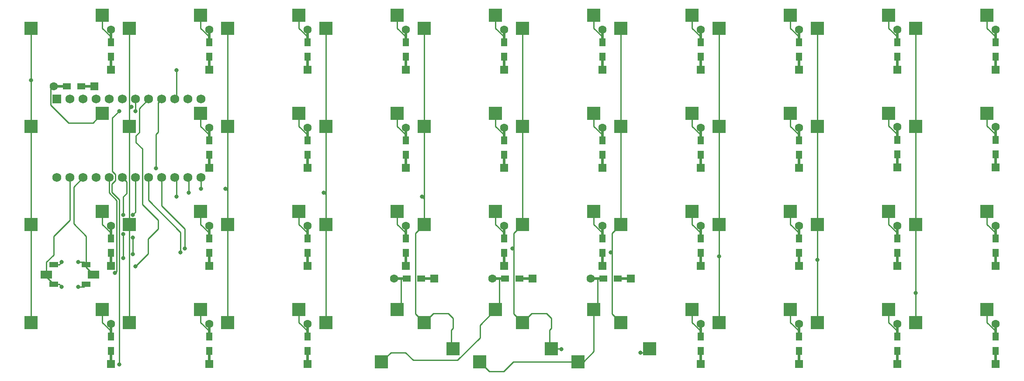
<source format=gbl>
G04 #@! TF.GenerationSoftware,KiCad,Pcbnew,(5.1.12-1-10_14)*
G04 #@! TF.CreationDate,2022-04-14T21:34:18-06:00*
G04 #@! TF.ProjectId,banime40,62616e69-6d65-4343-902e-6b696361645f,rev?*
G04 #@! TF.SameCoordinates,Original*
G04 #@! TF.FileFunction,Copper,L2,Bot*
G04 #@! TF.FilePolarity,Positive*
%FSLAX46Y46*%
G04 Gerber Fmt 4.6, Leading zero omitted, Abs format (unit mm)*
G04 Created by KiCad (PCBNEW (5.1.12-1-10_14)) date 2022-04-14 21:34:18*
%MOMM*%
%LPD*%
G01*
G04 APERTURE LIST*
G04 #@! TA.AperFunction,ComponentPad*
%ADD10C,1.752600*%
G04 #@! TD*
G04 #@! TA.AperFunction,ComponentPad*
%ADD11R,1.752600X1.752600*%
G04 #@! TD*
G04 #@! TA.AperFunction,SMDPad,CuDef*
%ADD12R,2.180000X1.600000*%
G04 #@! TD*
G04 #@! TA.AperFunction,SMDPad,CuDef*
%ADD13R,1.700000X1.000000*%
G04 #@! TD*
G04 #@! TA.AperFunction,SMDPad,CuDef*
%ADD14R,2.550000X2.500000*%
G04 #@! TD*
G04 #@! TA.AperFunction,ComponentPad*
%ADD15R,1.600000X1.600000*%
G04 #@! TD*
G04 #@! TA.AperFunction,ComponentPad*
%ADD16C,1.600000*%
G04 #@! TD*
G04 #@! TA.AperFunction,SMDPad,CuDef*
%ADD17R,0.500000X2.900000*%
G04 #@! TD*
G04 #@! TA.AperFunction,SMDPad,CuDef*
%ADD18R,1.200000X1.600000*%
G04 #@! TD*
G04 #@! TA.AperFunction,SMDPad,CuDef*
%ADD19R,2.900000X0.500000*%
G04 #@! TD*
G04 #@! TA.AperFunction,SMDPad,CuDef*
%ADD20R,1.600000X1.200000*%
G04 #@! TD*
G04 #@! TA.AperFunction,ViaPad*
%ADD21C,0.800000*%
G04 #@! TD*
G04 #@! TA.AperFunction,Conductor*
%ADD22C,0.250000*%
G04 #@! TD*
G04 APERTURE END LIST*
D10*
G04 #@! TO.P,U1,24*
G04 #@! TO.N,Net-(U1-Pad24)*
X49830000Y-84370000D03*
G04 #@! TO.P,U1,12*
G04 #@! TO.N,/col_8*
X77770000Y-69130000D03*
G04 #@! TO.P,U1,23*
G04 #@! TO.N,Net-(SW44-Pad1)*
X52370000Y-84370000D03*
G04 #@! TO.P,U1,22*
G04 #@! TO.N,Net-(SW44-Pad2)*
X54910000Y-84370000D03*
G04 #@! TO.P,U1,21*
G04 #@! TO.N,Net-(U1-Pad21)*
X57450000Y-84370000D03*
G04 #@! TO.P,U1,20*
G04 #@! TO.N,/col_0*
X59990000Y-84370000D03*
G04 #@! TO.P,U1,19*
G04 #@! TO.N,/col_1*
X62530000Y-84370000D03*
G04 #@! TO.P,U1,18*
G04 #@! TO.N,/col_2*
X65070000Y-84370000D03*
G04 #@! TO.P,U1,17*
G04 #@! TO.N,/col_3*
X67610000Y-84370000D03*
G04 #@! TO.P,U1,16*
G04 #@! TO.N,/col_4*
X70150000Y-84370000D03*
G04 #@! TO.P,U1,15*
G04 #@! TO.N,/col_5*
X72690000Y-84370000D03*
G04 #@! TO.P,U1,14*
G04 #@! TO.N,/col_6*
X75230000Y-84370000D03*
G04 #@! TO.P,U1,13*
G04 #@! TO.N,/col_7*
X77770000Y-84370000D03*
G04 #@! TO.P,U1,11*
G04 #@! TO.N,/col_9*
X75230000Y-69130000D03*
G04 #@! TO.P,U1,10*
G04 #@! TO.N,/row_0*
X72690000Y-69130000D03*
G04 #@! TO.P,U1,9*
G04 #@! TO.N,/row_1*
X70150000Y-69130000D03*
G04 #@! TO.P,U1,8*
G04 #@! TO.N,/row_2*
X67610000Y-69130000D03*
G04 #@! TO.P,U1,7*
G04 #@! TO.N,/row_3*
X65070000Y-69130000D03*
G04 #@! TO.P,U1,6*
G04 #@! TO.N,Net-(U1-Pad6)*
X62530000Y-69130000D03*
G04 #@! TO.P,U1,5*
G04 #@! TO.N,Net-(U1-Pad5)*
X59990000Y-69130000D03*
G04 #@! TO.P,U1,4*
G04 #@! TO.N,Net-(U1-Pad4)*
X57450000Y-69130000D03*
G04 #@! TO.P,U1,3*
G04 #@! TO.N,Net-(U1-Pad3)*
X54910000Y-69130000D03*
G04 #@! TO.P,U1,2*
G04 #@! TO.N,Net-(U1-Pad2)*
X52370000Y-69130000D03*
D11*
G04 #@! TO.P,U1,1*
G04 #@! TO.N,Net-(U1-Pad1)*
X49830000Y-69130000D03*
G04 #@! TD*
D12*
G04 #@! TO.P,SW45,2*
G04 #@! TO.N,Net-(SW44-Pad2)*
X56977500Y-103187500D03*
G04 #@! TO.P,SW45,1*
G04 #@! TO.N,Net-(SW44-Pad1)*
X47797500Y-103187500D03*
G04 #@! TD*
D13*
G04 #@! TO.P,SW44,1*
G04 #@! TO.N,Net-(SW44-Pad1)*
X49237500Y-105087500D03*
X55537500Y-105087500D03*
G04 #@! TO.P,SW44,2*
G04 #@! TO.N,Net-(SW44-Pad2)*
X49237500Y-101287500D03*
X55537500Y-101287500D03*
G04 #@! TD*
D14*
G04 #@! TO.P,SW2,2*
G04 #@! TO.N,/col_1*
X197227500Y-55403750D03*
G04 #@! TO.P,SW2,1*
G04 #@! TO.N,Net-(D2-Pad2)*
X211077500Y-52863750D03*
G04 #@! TD*
G04 #@! TO.P,SW3,2*
G04 #@! TO.N,/col_2*
X178177500Y-55403750D03*
G04 #@! TO.P,SW3,1*
G04 #@! TO.N,Net-(D3-Pad2)*
X192027500Y-52863750D03*
G04 #@! TD*
G04 #@! TO.P,SW11,2*
G04 #@! TO.N,/col_0*
X216277500Y-74453750D03*
G04 #@! TO.P,SW11,1*
G04 #@! TO.N,Net-(D11-Pad2)*
X230127500Y-71913750D03*
G04 #@! TD*
D15*
G04 #@! TO.P,D40,1*
G04 #@! TO.N,/row_3*
X60325000Y-120581250D03*
D16*
G04 #@! TO.P,D40,2*
G04 #@! TO.N,Net-(D40-Pad2)*
X60325000Y-112781250D03*
D17*
G04 #@! TO.P,D40,1*
G04 #@! TO.N,/row_3*
X60325000Y-119181250D03*
D18*
X60325000Y-118081250D03*
G04 #@! TO.P,D40,2*
G04 #@! TO.N,Net-(D40-Pad2)*
X60325000Y-115281250D03*
D17*
X60325000Y-114181250D03*
G04 #@! TD*
D15*
G04 #@! TO.P,D39,1*
G04 #@! TO.N,/row_3*
X79375000Y-120581250D03*
D16*
G04 #@! TO.P,D39,2*
G04 #@! TO.N,Net-(D39-Pad2)*
X79375000Y-112781250D03*
D17*
G04 #@! TO.P,D39,1*
G04 #@! TO.N,/row_3*
X79375000Y-119181250D03*
D18*
X79375000Y-118081250D03*
G04 #@! TO.P,D39,2*
G04 #@! TO.N,Net-(D39-Pad2)*
X79375000Y-115281250D03*
D17*
X79375000Y-114181250D03*
G04 #@! TD*
D15*
G04 #@! TO.P,D38,1*
G04 #@! TO.N,/row_3*
X98425000Y-120581250D03*
D16*
G04 #@! TO.P,D38,2*
G04 #@! TO.N,Net-(D38-Pad2)*
X98425000Y-112781250D03*
D17*
G04 #@! TO.P,D38,1*
G04 #@! TO.N,/row_3*
X98425000Y-119181250D03*
D18*
X98425000Y-118081250D03*
G04 #@! TO.P,D38,2*
G04 #@! TO.N,Net-(D38-Pad2)*
X98425000Y-115281250D03*
D17*
X98425000Y-114181250D03*
G04 #@! TD*
D15*
G04 #@! TO.P,D37,1*
G04 #@! TO.N,/row_3*
X122962500Y-103981250D03*
D16*
G04 #@! TO.P,D37,2*
G04 #@! TO.N,Net-(D37-Pad2)*
X115162500Y-103981250D03*
D19*
G04 #@! TO.P,D37,1*
G04 #@! TO.N,/row_3*
X121562500Y-103981250D03*
D20*
X120462500Y-103981250D03*
G04 #@! TO.P,D37,2*
G04 #@! TO.N,Net-(D37-Pad2)*
X117662500Y-103981250D03*
D19*
X116562500Y-103981250D03*
G04 #@! TD*
D15*
G04 #@! TO.P,D36,1*
G04 #@! TO.N,/row_3*
X142012500Y-103981250D03*
D16*
G04 #@! TO.P,D36,2*
G04 #@! TO.N,Net-(D36-Pad2)*
X134212500Y-103981250D03*
D19*
G04 #@! TO.P,D36,1*
G04 #@! TO.N,/row_3*
X140612500Y-103981250D03*
D20*
X139512500Y-103981250D03*
G04 #@! TO.P,D36,2*
G04 #@! TO.N,Net-(D36-Pad2)*
X136712500Y-103981250D03*
D19*
X135612500Y-103981250D03*
G04 #@! TD*
D15*
G04 #@! TO.P,D35,1*
G04 #@! TO.N,/row_3*
X161062500Y-103981250D03*
D16*
G04 #@! TO.P,D35,2*
G04 #@! TO.N,Net-(D35-Pad2)*
X153262500Y-103981250D03*
D19*
G04 #@! TO.P,D35,1*
G04 #@! TO.N,/row_3*
X159662500Y-103981250D03*
D20*
X158562500Y-103981250D03*
G04 #@! TO.P,D35,2*
G04 #@! TO.N,Net-(D35-Pad2)*
X155762500Y-103981250D03*
D19*
X154662500Y-103981250D03*
G04 #@! TD*
D15*
G04 #@! TO.P,D34,1*
G04 #@! TO.N,/row_3*
X174625000Y-120581250D03*
D16*
G04 #@! TO.P,D34,2*
G04 #@! TO.N,Net-(D34-Pad2)*
X174625000Y-112781250D03*
D17*
G04 #@! TO.P,D34,1*
G04 #@! TO.N,/row_3*
X174625000Y-119181250D03*
D18*
X174625000Y-118081250D03*
G04 #@! TO.P,D34,2*
G04 #@! TO.N,Net-(D34-Pad2)*
X174625000Y-115281250D03*
D17*
X174625000Y-114181250D03*
G04 #@! TD*
D15*
G04 #@! TO.P,D33,1*
G04 #@! TO.N,/row_3*
X193675000Y-120581250D03*
D16*
G04 #@! TO.P,D33,2*
G04 #@! TO.N,Net-(D33-Pad2)*
X193675000Y-112781250D03*
D17*
G04 #@! TO.P,D33,1*
G04 #@! TO.N,/row_3*
X193675000Y-119181250D03*
D18*
X193675000Y-118081250D03*
G04 #@! TO.P,D33,2*
G04 #@! TO.N,Net-(D33-Pad2)*
X193675000Y-115281250D03*
D17*
X193675000Y-114181250D03*
G04 #@! TD*
D15*
G04 #@! TO.P,D32,1*
G04 #@! TO.N,/row_3*
X212725000Y-120581250D03*
D16*
G04 #@! TO.P,D32,2*
G04 #@! TO.N,Net-(D32-Pad2)*
X212725000Y-112781250D03*
D17*
G04 #@! TO.P,D32,1*
G04 #@! TO.N,/row_3*
X212725000Y-119181250D03*
D18*
X212725000Y-118081250D03*
G04 #@! TO.P,D32,2*
G04 #@! TO.N,Net-(D32-Pad2)*
X212725000Y-115281250D03*
D17*
X212725000Y-114181250D03*
G04 #@! TD*
D15*
G04 #@! TO.P,D31,1*
G04 #@! TO.N,/row_3*
X231775000Y-120581250D03*
D16*
G04 #@! TO.P,D31,2*
G04 #@! TO.N,Net-(D31-Pad2)*
X231775000Y-112781250D03*
D17*
G04 #@! TO.P,D31,1*
G04 #@! TO.N,/row_3*
X231775000Y-119181250D03*
D18*
X231775000Y-118081250D03*
G04 #@! TO.P,D31,2*
G04 #@! TO.N,Net-(D31-Pad2)*
X231775000Y-115281250D03*
D17*
X231775000Y-114181250D03*
G04 #@! TD*
D15*
G04 #@! TO.P,D30,1*
G04 #@! TO.N,/row_2*
X60325000Y-101531250D03*
D16*
G04 #@! TO.P,D30,2*
G04 #@! TO.N,Net-(D30-Pad2)*
X60325000Y-93731250D03*
D17*
G04 #@! TO.P,D30,1*
G04 #@! TO.N,/row_2*
X60325000Y-100131250D03*
D18*
X60325000Y-99031250D03*
G04 #@! TO.P,D30,2*
G04 #@! TO.N,Net-(D30-Pad2)*
X60325000Y-96231250D03*
D17*
X60325000Y-95131250D03*
G04 #@! TD*
D15*
G04 #@! TO.P,D29,1*
G04 #@! TO.N,/row_2*
X79375000Y-101531250D03*
D16*
G04 #@! TO.P,D29,2*
G04 #@! TO.N,Net-(D29-Pad2)*
X79375000Y-93731250D03*
D17*
G04 #@! TO.P,D29,1*
G04 #@! TO.N,/row_2*
X79375000Y-100131250D03*
D18*
X79375000Y-99031250D03*
G04 #@! TO.P,D29,2*
G04 #@! TO.N,Net-(D29-Pad2)*
X79375000Y-96231250D03*
D17*
X79375000Y-95131250D03*
G04 #@! TD*
D15*
G04 #@! TO.P,D28,1*
G04 #@! TO.N,/row_2*
X98425000Y-101531250D03*
D16*
G04 #@! TO.P,D28,2*
G04 #@! TO.N,Net-(D28-Pad2)*
X98425000Y-93731250D03*
D17*
G04 #@! TO.P,D28,1*
G04 #@! TO.N,/row_2*
X98425000Y-100131250D03*
D18*
X98425000Y-99031250D03*
G04 #@! TO.P,D28,2*
G04 #@! TO.N,Net-(D28-Pad2)*
X98425000Y-96231250D03*
D17*
X98425000Y-95131250D03*
G04 #@! TD*
D15*
G04 #@! TO.P,D27,1*
G04 #@! TO.N,/row_2*
X117475000Y-101531250D03*
D16*
G04 #@! TO.P,D27,2*
G04 #@! TO.N,Net-(D27-Pad2)*
X117475000Y-93731250D03*
D17*
G04 #@! TO.P,D27,1*
G04 #@! TO.N,/row_2*
X117475000Y-100131250D03*
D18*
X117475000Y-99031250D03*
G04 #@! TO.P,D27,2*
G04 #@! TO.N,Net-(D27-Pad2)*
X117475000Y-96231250D03*
D17*
X117475000Y-95131250D03*
G04 #@! TD*
D15*
G04 #@! TO.P,D26,1*
G04 #@! TO.N,/row_2*
X136525000Y-101531250D03*
D16*
G04 #@! TO.P,D26,2*
G04 #@! TO.N,Net-(D26-Pad2)*
X136525000Y-93731250D03*
D17*
G04 #@! TO.P,D26,1*
G04 #@! TO.N,/row_2*
X136525000Y-100131250D03*
D18*
X136525000Y-99031250D03*
G04 #@! TO.P,D26,2*
G04 #@! TO.N,Net-(D26-Pad2)*
X136525000Y-96231250D03*
D17*
X136525000Y-95131250D03*
G04 #@! TD*
D15*
G04 #@! TO.P,D25,1*
G04 #@! TO.N,/row_2*
X155575000Y-101531250D03*
D16*
G04 #@! TO.P,D25,2*
G04 #@! TO.N,Net-(D25-Pad2)*
X155575000Y-93731250D03*
D17*
G04 #@! TO.P,D25,1*
G04 #@! TO.N,/row_2*
X155575000Y-100131250D03*
D18*
X155575000Y-99031250D03*
G04 #@! TO.P,D25,2*
G04 #@! TO.N,Net-(D25-Pad2)*
X155575000Y-96231250D03*
D17*
X155575000Y-95131250D03*
G04 #@! TD*
D15*
G04 #@! TO.P,D24,1*
G04 #@! TO.N,/row_2*
X174625000Y-101531250D03*
D16*
G04 #@! TO.P,D24,2*
G04 #@! TO.N,Net-(D24-Pad2)*
X174625000Y-93731250D03*
D17*
G04 #@! TO.P,D24,1*
G04 #@! TO.N,/row_2*
X174625000Y-100131250D03*
D18*
X174625000Y-99031250D03*
G04 #@! TO.P,D24,2*
G04 #@! TO.N,Net-(D24-Pad2)*
X174625000Y-96231250D03*
D17*
X174625000Y-95131250D03*
G04 #@! TD*
D15*
G04 #@! TO.P,D23,1*
G04 #@! TO.N,/row_2*
X193675000Y-101531250D03*
D16*
G04 #@! TO.P,D23,2*
G04 #@! TO.N,Net-(D23-Pad2)*
X193675000Y-93731250D03*
D17*
G04 #@! TO.P,D23,1*
G04 #@! TO.N,/row_2*
X193675000Y-100131250D03*
D18*
X193675000Y-99031250D03*
G04 #@! TO.P,D23,2*
G04 #@! TO.N,Net-(D23-Pad2)*
X193675000Y-96231250D03*
D17*
X193675000Y-95131250D03*
G04 #@! TD*
D15*
G04 #@! TO.P,D22,1*
G04 #@! TO.N,/row_2*
X212725000Y-101531250D03*
D16*
G04 #@! TO.P,D22,2*
G04 #@! TO.N,Net-(D22-Pad2)*
X212725000Y-93731250D03*
D17*
G04 #@! TO.P,D22,1*
G04 #@! TO.N,/row_2*
X212725000Y-100131250D03*
D18*
X212725000Y-99031250D03*
G04 #@! TO.P,D22,2*
G04 #@! TO.N,Net-(D22-Pad2)*
X212725000Y-96231250D03*
D17*
X212725000Y-95131250D03*
G04 #@! TD*
D15*
G04 #@! TO.P,D21,1*
G04 #@! TO.N,/row_2*
X231775000Y-101531250D03*
D16*
G04 #@! TO.P,D21,2*
G04 #@! TO.N,Net-(D21-Pad2)*
X231775000Y-93731250D03*
D17*
G04 #@! TO.P,D21,1*
G04 #@! TO.N,/row_2*
X231775000Y-100131250D03*
D18*
X231775000Y-99031250D03*
G04 #@! TO.P,D21,2*
G04 #@! TO.N,Net-(D21-Pad2)*
X231775000Y-96231250D03*
D17*
X231775000Y-95131250D03*
G04 #@! TD*
D15*
G04 #@! TO.P,D20,1*
G04 #@! TO.N,/row_1*
X57081250Y-66675000D03*
D16*
G04 #@! TO.P,D20,2*
G04 #@! TO.N,Net-(D20-Pad2)*
X49281250Y-66675000D03*
D19*
G04 #@! TO.P,D20,1*
G04 #@! TO.N,/row_1*
X55681250Y-66675000D03*
D20*
X54581250Y-66675000D03*
G04 #@! TO.P,D20,2*
G04 #@! TO.N,Net-(D20-Pad2)*
X51781250Y-66675000D03*
D19*
X50681250Y-66675000D03*
G04 #@! TD*
D15*
G04 #@! TO.P,D19,1*
G04 #@! TO.N,/row_1*
X79375000Y-82481250D03*
D16*
G04 #@! TO.P,D19,2*
G04 #@! TO.N,Net-(D19-Pad2)*
X79375000Y-74681250D03*
D17*
G04 #@! TO.P,D19,1*
G04 #@! TO.N,/row_1*
X79375000Y-81081250D03*
D18*
X79375000Y-79981250D03*
G04 #@! TO.P,D19,2*
G04 #@! TO.N,Net-(D19-Pad2)*
X79375000Y-77181250D03*
D17*
X79375000Y-76081250D03*
G04 #@! TD*
D15*
G04 #@! TO.P,D18,1*
G04 #@! TO.N,/row_1*
X98425000Y-82481250D03*
D16*
G04 #@! TO.P,D18,2*
G04 #@! TO.N,Net-(D18-Pad2)*
X98425000Y-74681250D03*
D17*
G04 #@! TO.P,D18,1*
G04 #@! TO.N,/row_1*
X98425000Y-81081250D03*
D18*
X98425000Y-79981250D03*
G04 #@! TO.P,D18,2*
G04 #@! TO.N,Net-(D18-Pad2)*
X98425000Y-77181250D03*
D17*
X98425000Y-76081250D03*
G04 #@! TD*
D15*
G04 #@! TO.P,D17,1*
G04 #@! TO.N,/row_1*
X117475000Y-82481250D03*
D16*
G04 #@! TO.P,D17,2*
G04 #@! TO.N,Net-(D17-Pad2)*
X117475000Y-74681250D03*
D17*
G04 #@! TO.P,D17,1*
G04 #@! TO.N,/row_1*
X117475000Y-81081250D03*
D18*
X117475000Y-79981250D03*
G04 #@! TO.P,D17,2*
G04 #@! TO.N,Net-(D17-Pad2)*
X117475000Y-77181250D03*
D17*
X117475000Y-76081250D03*
G04 #@! TD*
D15*
G04 #@! TO.P,D16,1*
G04 #@! TO.N,/row_1*
X136525000Y-82481250D03*
D16*
G04 #@! TO.P,D16,2*
G04 #@! TO.N,Net-(D16-Pad2)*
X136525000Y-74681250D03*
D17*
G04 #@! TO.P,D16,1*
G04 #@! TO.N,/row_1*
X136525000Y-81081250D03*
D18*
X136525000Y-79981250D03*
G04 #@! TO.P,D16,2*
G04 #@! TO.N,Net-(D16-Pad2)*
X136525000Y-77181250D03*
D17*
X136525000Y-76081250D03*
G04 #@! TD*
D15*
G04 #@! TO.P,D15,1*
G04 #@! TO.N,/row_1*
X155575000Y-82481250D03*
D16*
G04 #@! TO.P,D15,2*
G04 #@! TO.N,Net-(D15-Pad2)*
X155575000Y-74681250D03*
D17*
G04 #@! TO.P,D15,1*
G04 #@! TO.N,/row_1*
X155575000Y-81081250D03*
D18*
X155575000Y-79981250D03*
G04 #@! TO.P,D15,2*
G04 #@! TO.N,Net-(D15-Pad2)*
X155575000Y-77181250D03*
D17*
X155575000Y-76081250D03*
G04 #@! TD*
D15*
G04 #@! TO.P,D14,1*
G04 #@! TO.N,/row_1*
X174625000Y-82481250D03*
D16*
G04 #@! TO.P,D14,2*
G04 #@! TO.N,Net-(D14-Pad2)*
X174625000Y-74681250D03*
D17*
G04 #@! TO.P,D14,1*
G04 #@! TO.N,/row_1*
X174625000Y-81081250D03*
D18*
X174625000Y-79981250D03*
G04 #@! TO.P,D14,2*
G04 #@! TO.N,Net-(D14-Pad2)*
X174625000Y-77181250D03*
D17*
X174625000Y-76081250D03*
G04 #@! TD*
D15*
G04 #@! TO.P,D13,1*
G04 #@! TO.N,/row_1*
X193675000Y-82481250D03*
D16*
G04 #@! TO.P,D13,2*
G04 #@! TO.N,Net-(D13-Pad2)*
X193675000Y-74681250D03*
D17*
G04 #@! TO.P,D13,1*
G04 #@! TO.N,/row_1*
X193675000Y-81081250D03*
D18*
X193675000Y-79981250D03*
G04 #@! TO.P,D13,2*
G04 #@! TO.N,Net-(D13-Pad2)*
X193675000Y-77181250D03*
D17*
X193675000Y-76081250D03*
G04 #@! TD*
D15*
G04 #@! TO.P,D12,1*
G04 #@! TO.N,/row_1*
X212725000Y-82362500D03*
D16*
G04 #@! TO.P,D12,2*
G04 #@! TO.N,Net-(D12-Pad2)*
X212725000Y-74562500D03*
D17*
G04 #@! TO.P,D12,1*
G04 #@! TO.N,/row_1*
X212725000Y-80962500D03*
D18*
X212725000Y-79862500D03*
G04 #@! TO.P,D12,2*
G04 #@! TO.N,Net-(D12-Pad2)*
X212725000Y-77062500D03*
D17*
X212725000Y-75962500D03*
G04 #@! TD*
D15*
G04 #@! TO.P,D11,1*
G04 #@! TO.N,/row_1*
X231775000Y-82362500D03*
D16*
G04 #@! TO.P,D11,2*
G04 #@! TO.N,Net-(D11-Pad2)*
X231775000Y-74562500D03*
D17*
G04 #@! TO.P,D11,1*
G04 #@! TO.N,/row_1*
X231775000Y-80962500D03*
D18*
X231775000Y-79862500D03*
G04 #@! TO.P,D11,2*
G04 #@! TO.N,Net-(D11-Pad2)*
X231775000Y-77062500D03*
D17*
X231775000Y-75962500D03*
G04 #@! TD*
D15*
G04 #@! TO.P,D10,1*
G04 #@! TO.N,/row_0*
X60325000Y-63431250D03*
D16*
G04 #@! TO.P,D10,2*
G04 #@! TO.N,Net-(D10-Pad2)*
X60325000Y-55631250D03*
D17*
G04 #@! TO.P,D10,1*
G04 #@! TO.N,/row_0*
X60325000Y-62031250D03*
D18*
X60325000Y-60931250D03*
G04 #@! TO.P,D10,2*
G04 #@! TO.N,Net-(D10-Pad2)*
X60325000Y-58131250D03*
D17*
X60325000Y-57031250D03*
G04 #@! TD*
D15*
G04 #@! TO.P,D9,1*
G04 #@! TO.N,/row_0*
X79375000Y-63431250D03*
D16*
G04 #@! TO.P,D9,2*
G04 #@! TO.N,Net-(D9-Pad2)*
X79375000Y-55631250D03*
D17*
G04 #@! TO.P,D9,1*
G04 #@! TO.N,/row_0*
X79375000Y-62031250D03*
D18*
X79375000Y-60931250D03*
G04 #@! TO.P,D9,2*
G04 #@! TO.N,Net-(D9-Pad2)*
X79375000Y-58131250D03*
D17*
X79375000Y-57031250D03*
G04 #@! TD*
D15*
G04 #@! TO.P,D8,1*
G04 #@! TO.N,/row_0*
X98425000Y-63431250D03*
D16*
G04 #@! TO.P,D8,2*
G04 #@! TO.N,Net-(D8-Pad2)*
X98425000Y-55631250D03*
D17*
G04 #@! TO.P,D8,1*
G04 #@! TO.N,/row_0*
X98425000Y-62031250D03*
D18*
X98425000Y-60931250D03*
G04 #@! TO.P,D8,2*
G04 #@! TO.N,Net-(D8-Pad2)*
X98425000Y-58131250D03*
D17*
X98425000Y-57031250D03*
G04 #@! TD*
D15*
G04 #@! TO.P,D7,1*
G04 #@! TO.N,/row_0*
X117475000Y-63431250D03*
D16*
G04 #@! TO.P,D7,2*
G04 #@! TO.N,Net-(D7-Pad2)*
X117475000Y-55631250D03*
D17*
G04 #@! TO.P,D7,1*
G04 #@! TO.N,/row_0*
X117475000Y-62031250D03*
D18*
X117475000Y-60931250D03*
G04 #@! TO.P,D7,2*
G04 #@! TO.N,Net-(D7-Pad2)*
X117475000Y-58131250D03*
D17*
X117475000Y-57031250D03*
G04 #@! TD*
D15*
G04 #@! TO.P,D6,1*
G04 #@! TO.N,/row_0*
X136525000Y-63431250D03*
D16*
G04 #@! TO.P,D6,2*
G04 #@! TO.N,Net-(D6-Pad2)*
X136525000Y-55631250D03*
D17*
G04 #@! TO.P,D6,1*
G04 #@! TO.N,/row_0*
X136525000Y-62031250D03*
D18*
X136525000Y-60931250D03*
G04 #@! TO.P,D6,2*
G04 #@! TO.N,Net-(D6-Pad2)*
X136525000Y-58131250D03*
D17*
X136525000Y-57031250D03*
G04 #@! TD*
D15*
G04 #@! TO.P,D5,1*
G04 #@! TO.N,/row_0*
X155575000Y-63431250D03*
D16*
G04 #@! TO.P,D5,2*
G04 #@! TO.N,Net-(D5-Pad2)*
X155575000Y-55631250D03*
D17*
G04 #@! TO.P,D5,1*
G04 #@! TO.N,/row_0*
X155575000Y-62031250D03*
D18*
X155575000Y-60931250D03*
G04 #@! TO.P,D5,2*
G04 #@! TO.N,Net-(D5-Pad2)*
X155575000Y-58131250D03*
D17*
X155575000Y-57031250D03*
G04 #@! TD*
D15*
G04 #@! TO.P,D4,1*
G04 #@! TO.N,/row_0*
X174625000Y-63431250D03*
D16*
G04 #@! TO.P,D4,2*
G04 #@! TO.N,Net-(D4-Pad2)*
X174625000Y-55631250D03*
D17*
G04 #@! TO.P,D4,1*
G04 #@! TO.N,/row_0*
X174625000Y-62031250D03*
D18*
X174625000Y-60931250D03*
G04 #@! TO.P,D4,2*
G04 #@! TO.N,Net-(D4-Pad2)*
X174625000Y-58131250D03*
D17*
X174625000Y-57031250D03*
G04 #@! TD*
D15*
G04 #@! TO.P,D3,1*
G04 #@! TO.N,/row_0*
X193675000Y-63431250D03*
D16*
G04 #@! TO.P,D3,2*
G04 #@! TO.N,Net-(D3-Pad2)*
X193675000Y-55631250D03*
D17*
G04 #@! TO.P,D3,1*
G04 #@! TO.N,/row_0*
X193675000Y-62031250D03*
D18*
X193675000Y-60931250D03*
G04 #@! TO.P,D3,2*
G04 #@! TO.N,Net-(D3-Pad2)*
X193675000Y-58131250D03*
D17*
X193675000Y-57031250D03*
G04 #@! TD*
D15*
G04 #@! TO.P,D2,1*
G04 #@! TO.N,/row_0*
X212725000Y-63431250D03*
D16*
G04 #@! TO.P,D2,2*
G04 #@! TO.N,Net-(D2-Pad2)*
X212725000Y-55631250D03*
D17*
G04 #@! TO.P,D2,1*
G04 #@! TO.N,/row_0*
X212725000Y-62031250D03*
D18*
X212725000Y-60931250D03*
G04 #@! TO.P,D2,2*
G04 #@! TO.N,Net-(D2-Pad2)*
X212725000Y-58131250D03*
D17*
X212725000Y-57031250D03*
G04 #@! TD*
D15*
G04 #@! TO.P,D1,1*
G04 #@! TO.N,/row_0*
X231775000Y-63431250D03*
D16*
G04 #@! TO.P,D1,2*
G04 #@! TO.N,Net-(D1-Pad2)*
X231775000Y-55631250D03*
D17*
G04 #@! TO.P,D1,1*
G04 #@! TO.N,/row_0*
X231775000Y-62031250D03*
D18*
X231775000Y-60931250D03*
G04 #@! TO.P,D1,2*
G04 #@! TO.N,Net-(D1-Pad2)*
X231775000Y-58131250D03*
D17*
X231775000Y-57031250D03*
G04 #@! TD*
D14*
G04 #@! TO.P,SW43,2*
G04 #@! TO.N,/col_4*
X145672500Y-117633750D03*
G04 #@! TO.P,SW43,1*
G04 #@! TO.N,Net-(D35-Pad2)*
X131822500Y-120173750D03*
G04 #@! TD*
G04 #@! TO.P,SW42,2*
G04 #@! TO.N,/col_5*
X126622500Y-117633750D03*
G04 #@! TO.P,SW42,1*
G04 #@! TO.N,Net-(D36-Pad2)*
X112772500Y-120173750D03*
G04 #@! TD*
G04 #@! TO.P,SW41,2*
G04 #@! TO.N,/col_4*
X164722500Y-117633750D03*
G04 #@! TO.P,SW41,1*
G04 #@! TO.N,Net-(D35-Pad2)*
X150872500Y-120173750D03*
G04 #@! TD*
G04 #@! TO.P,SW40,2*
G04 #@! TO.N,/col_9*
X44827500Y-112553750D03*
G04 #@! TO.P,SW40,1*
G04 #@! TO.N,Net-(D40-Pad2)*
X58677500Y-110013750D03*
G04 #@! TD*
G04 #@! TO.P,SW39,2*
G04 #@! TO.N,/col_8*
X63877500Y-112553750D03*
G04 #@! TO.P,SW39,1*
G04 #@! TO.N,Net-(D39-Pad2)*
X77727500Y-110013750D03*
G04 #@! TD*
G04 #@! TO.P,SW38,2*
G04 #@! TO.N,/col_7*
X82927500Y-112553750D03*
G04 #@! TO.P,SW38,1*
G04 #@! TO.N,Net-(D38-Pad2)*
X96777500Y-110013750D03*
G04 #@! TD*
G04 #@! TO.P,SW37,2*
G04 #@! TO.N,/col_6*
X101977500Y-112553750D03*
G04 #@! TO.P,SW37,1*
G04 #@! TO.N,Net-(D37-Pad2)*
X115827500Y-110013750D03*
G04 #@! TD*
G04 #@! TO.P,SW36,2*
G04 #@! TO.N,/col_5*
X121027500Y-112553750D03*
G04 #@! TO.P,SW36,1*
G04 #@! TO.N,Net-(D36-Pad2)*
X134877500Y-110013750D03*
G04 #@! TD*
G04 #@! TO.P,SW35,2*
G04 #@! TO.N,/col_4*
X140077500Y-112553750D03*
G04 #@! TO.P,SW35,1*
G04 #@! TO.N,Net-(D35-Pad2)*
X153927500Y-110013750D03*
G04 #@! TD*
G04 #@! TO.P,SW34,2*
G04 #@! TO.N,/col_3*
X159127500Y-112553750D03*
G04 #@! TO.P,SW34,1*
G04 #@! TO.N,Net-(D34-Pad2)*
X172977500Y-110013750D03*
G04 #@! TD*
G04 #@! TO.P,SW33,2*
G04 #@! TO.N,/col_2*
X178177500Y-112553750D03*
G04 #@! TO.P,SW33,1*
G04 #@! TO.N,Net-(D33-Pad2)*
X192027500Y-110013750D03*
G04 #@! TD*
G04 #@! TO.P,SW32,2*
G04 #@! TO.N,/col_1*
X197227500Y-112553750D03*
G04 #@! TO.P,SW32,1*
G04 #@! TO.N,Net-(D32-Pad2)*
X211077500Y-110013750D03*
G04 #@! TD*
G04 #@! TO.P,SW31,2*
G04 #@! TO.N,/col_0*
X216277500Y-112553750D03*
G04 #@! TO.P,SW31,1*
G04 #@! TO.N,Net-(D31-Pad2)*
X230127500Y-110013750D03*
G04 #@! TD*
G04 #@! TO.P,SW30,2*
G04 #@! TO.N,/col_9*
X44827500Y-93503750D03*
G04 #@! TO.P,SW30,1*
G04 #@! TO.N,Net-(D30-Pad2)*
X58677500Y-90963750D03*
G04 #@! TD*
G04 #@! TO.P,SW29,2*
G04 #@! TO.N,/col_8*
X63877500Y-93503750D03*
G04 #@! TO.P,SW29,1*
G04 #@! TO.N,Net-(D29-Pad2)*
X77727500Y-90963750D03*
G04 #@! TD*
G04 #@! TO.P,SW28,2*
G04 #@! TO.N,/col_7*
X82927500Y-93503750D03*
G04 #@! TO.P,SW28,1*
G04 #@! TO.N,Net-(D28-Pad2)*
X96777500Y-90963750D03*
G04 #@! TD*
G04 #@! TO.P,SW27,2*
G04 #@! TO.N,/col_6*
X101977500Y-93503750D03*
G04 #@! TO.P,SW27,1*
G04 #@! TO.N,Net-(D27-Pad2)*
X115827500Y-90963750D03*
G04 #@! TD*
G04 #@! TO.P,SW26,2*
G04 #@! TO.N,/col_5*
X121027500Y-93503750D03*
G04 #@! TO.P,SW26,1*
G04 #@! TO.N,Net-(D26-Pad2)*
X134877500Y-90963750D03*
G04 #@! TD*
G04 #@! TO.P,SW25,2*
G04 #@! TO.N,/col_4*
X140077500Y-93503750D03*
G04 #@! TO.P,SW25,1*
G04 #@! TO.N,Net-(D25-Pad2)*
X153927500Y-90963750D03*
G04 #@! TD*
G04 #@! TO.P,SW24,2*
G04 #@! TO.N,/col_3*
X159127500Y-93503750D03*
G04 #@! TO.P,SW24,1*
G04 #@! TO.N,Net-(D24-Pad2)*
X172977500Y-90963750D03*
G04 #@! TD*
G04 #@! TO.P,SW23,2*
G04 #@! TO.N,/col_2*
X178177500Y-93503750D03*
G04 #@! TO.P,SW23,1*
G04 #@! TO.N,Net-(D23-Pad2)*
X192027500Y-90963750D03*
G04 #@! TD*
G04 #@! TO.P,SW22,2*
G04 #@! TO.N,/col_1*
X197227500Y-93503750D03*
G04 #@! TO.P,SW22,1*
G04 #@! TO.N,Net-(D22-Pad2)*
X211077500Y-90963750D03*
G04 #@! TD*
G04 #@! TO.P,SW21,2*
G04 #@! TO.N,/col_0*
X216277500Y-93503750D03*
G04 #@! TO.P,SW21,1*
G04 #@! TO.N,Net-(D21-Pad2)*
X230127500Y-90963750D03*
G04 #@! TD*
G04 #@! TO.P,SW20,2*
G04 #@! TO.N,/col_9*
X44827500Y-74453750D03*
G04 #@! TO.P,SW20,1*
G04 #@! TO.N,Net-(D20-Pad2)*
X58677500Y-71913750D03*
G04 #@! TD*
G04 #@! TO.P,SW19,2*
G04 #@! TO.N,/col_8*
X63877500Y-74453750D03*
G04 #@! TO.P,SW19,1*
G04 #@! TO.N,Net-(D19-Pad2)*
X77727500Y-71913750D03*
G04 #@! TD*
G04 #@! TO.P,SW18,2*
G04 #@! TO.N,/col_7*
X82927500Y-74453750D03*
G04 #@! TO.P,SW18,1*
G04 #@! TO.N,Net-(D18-Pad2)*
X96777500Y-71913750D03*
G04 #@! TD*
G04 #@! TO.P,SW17,2*
G04 #@! TO.N,/col_6*
X101977500Y-74453750D03*
G04 #@! TO.P,SW17,1*
G04 #@! TO.N,Net-(D17-Pad2)*
X115827500Y-71913750D03*
G04 #@! TD*
G04 #@! TO.P,SW16,2*
G04 #@! TO.N,/col_5*
X121027500Y-74453750D03*
G04 #@! TO.P,SW16,1*
G04 #@! TO.N,Net-(D16-Pad2)*
X134877500Y-71913750D03*
G04 #@! TD*
G04 #@! TO.P,SW15,2*
G04 #@! TO.N,/col_4*
X140077500Y-74453750D03*
G04 #@! TO.P,SW15,1*
G04 #@! TO.N,Net-(D15-Pad2)*
X153927500Y-71913750D03*
G04 #@! TD*
G04 #@! TO.P,SW14,2*
G04 #@! TO.N,/col_3*
X159127500Y-74453750D03*
G04 #@! TO.P,SW14,1*
G04 #@! TO.N,Net-(D14-Pad2)*
X172977500Y-71913750D03*
G04 #@! TD*
G04 #@! TO.P,SW13,2*
G04 #@! TO.N,/col_2*
X178177500Y-74453750D03*
G04 #@! TO.P,SW13,1*
G04 #@! TO.N,Net-(D13-Pad2)*
X192027500Y-71913750D03*
G04 #@! TD*
G04 #@! TO.P,SW12,2*
G04 #@! TO.N,/col_1*
X197227500Y-74453750D03*
G04 #@! TO.P,SW12,1*
G04 #@! TO.N,Net-(D12-Pad2)*
X211077500Y-71913750D03*
G04 #@! TD*
G04 #@! TO.P,SW10,2*
G04 #@! TO.N,/col_9*
X44827500Y-55403750D03*
G04 #@! TO.P,SW10,1*
G04 #@! TO.N,Net-(D10-Pad2)*
X58677500Y-52863750D03*
G04 #@! TD*
G04 #@! TO.P,SW9,2*
G04 #@! TO.N,/col_8*
X63877500Y-55403750D03*
G04 #@! TO.P,SW9,1*
G04 #@! TO.N,Net-(D9-Pad2)*
X77727500Y-52863750D03*
G04 #@! TD*
G04 #@! TO.P,SW8,2*
G04 #@! TO.N,/col_7*
X82927500Y-55403750D03*
G04 #@! TO.P,SW8,1*
G04 #@! TO.N,Net-(D8-Pad2)*
X96777500Y-52863750D03*
G04 #@! TD*
G04 #@! TO.P,SW7,2*
G04 #@! TO.N,/col_6*
X101977500Y-55403750D03*
G04 #@! TO.P,SW7,1*
G04 #@! TO.N,Net-(D7-Pad2)*
X115827500Y-52863750D03*
G04 #@! TD*
G04 #@! TO.P,SW6,2*
G04 #@! TO.N,/col_5*
X121027500Y-55403750D03*
G04 #@! TO.P,SW6,1*
G04 #@! TO.N,Net-(D6-Pad2)*
X134877500Y-52863750D03*
G04 #@! TD*
G04 #@! TO.P,SW5,2*
G04 #@! TO.N,/col_4*
X140077500Y-55403750D03*
G04 #@! TO.P,SW5,1*
G04 #@! TO.N,Net-(D5-Pad2)*
X153927500Y-52863750D03*
G04 #@! TD*
G04 #@! TO.P,SW4,2*
G04 #@! TO.N,/col_3*
X159127500Y-55403750D03*
G04 #@! TO.P,SW4,1*
G04 #@! TO.N,Net-(D4-Pad2)*
X172977500Y-52863750D03*
G04 #@! TD*
G04 #@! TO.P,SW1,2*
G04 #@! TO.N,/col_0*
X216277500Y-55403750D03*
G04 #@! TO.P,SW1,1*
G04 #@! TO.N,Net-(D1-Pad2)*
X230127500Y-52863750D03*
G04 #@! TD*
D21*
G04 #@! TO.N,/row_0*
X73025000Y-63500000D03*
G04 #@! TO.N,/row_2*
X65087500Y-101600000D03*
G04 #@! TO.N,/row_3*
X61912500Y-120650000D03*
X65077499Y-71437500D03*
X61912500Y-71437500D03*
G04 #@! TO.N,/col_0*
X216277500Y-106778750D03*
X61118750Y-102931252D03*
G04 #@! TO.N,/col_1*
X197227500Y-100390000D03*
X62706250Y-100012500D03*
X62706250Y-95353752D03*
X62706250Y-91653748D03*
G04 #@! TO.N,/col_2*
X178177500Y-99635000D03*
X64593699Y-99218750D03*
X64593699Y-96043750D03*
X64593699Y-91653748D03*
G04 #@! TO.N,/col_3*
X157162500Y-98910000D03*
X73818750Y-98910000D03*
G04 #@! TO.N,/col_4*
X147637500Y-117687653D03*
X162946068Y-118351411D03*
X138112500Y-98185000D03*
X74672067Y-98185000D03*
G04 #@! TO.N,/col_5*
X120650000Y-88106250D03*
X73025000Y-88106250D03*
G04 #@! TO.N,/col_6*
X101600000Y-87312500D03*
X75406250Y-87312500D03*
G04 #@! TO.N,/col_7*
X82550000Y-86518750D03*
X77787500Y-86518750D03*
G04 #@! TO.N,/col_8*
X64293750Y-70643750D03*
G04 #@! TO.N,/col_9*
X44827500Y-65465000D03*
G04 #@! TO.N,/row_1*
X69056250Y-82550000D03*
G04 #@! TO.N,Net-(SW44-Pad2)*
X50800000Y-100806250D03*
X53975000Y-100806250D03*
G04 #@! TO.N,Net-(SW44-Pad1)*
X50800000Y-105568750D03*
X53975000Y-105568750D03*
G04 #@! TD*
D22*
G04 #@! TO.N,/row_0*
X73025000Y-68795000D02*
X72690000Y-69130000D01*
X73025000Y-63500000D02*
X73025000Y-68795000D01*
G04 #@! TO.N,Net-(D1-Pad2)*
X230127500Y-55383750D02*
X231775000Y-57031250D01*
X230127500Y-52863750D02*
X230127500Y-55383750D01*
G04 #@! TO.N,Net-(D2-Pad2)*
X211077500Y-55383750D02*
X212725000Y-57031250D01*
X211077500Y-52863750D02*
X211077500Y-55383750D01*
G04 #@! TO.N,Net-(D3-Pad2)*
X192027500Y-55383750D02*
X193675000Y-57031250D01*
X192027500Y-52863750D02*
X192027500Y-55383750D01*
G04 #@! TO.N,Net-(D4-Pad2)*
X172977500Y-55383750D02*
X174625000Y-57031250D01*
X172977500Y-52863750D02*
X172977500Y-55383750D01*
G04 #@! TO.N,Net-(D5-Pad2)*
X153927500Y-55383750D02*
X155575000Y-57031250D01*
X153927500Y-52863750D02*
X153927500Y-55383750D01*
G04 #@! TO.N,Net-(D6-Pad2)*
X134877500Y-55383750D02*
X136525000Y-57031250D01*
X134877500Y-52863750D02*
X134877500Y-55383750D01*
G04 #@! TO.N,Net-(D7-Pad2)*
X115827500Y-55383750D02*
X117475000Y-57031250D01*
X115827500Y-52863750D02*
X115827500Y-55383750D01*
G04 #@! TO.N,Net-(D8-Pad2)*
X96777500Y-55383750D02*
X98425000Y-57031250D01*
X96777500Y-52863750D02*
X96777500Y-55383750D01*
G04 #@! TO.N,Net-(D9-Pad2)*
X77727500Y-55383750D02*
X79375000Y-57031250D01*
X77727500Y-52863750D02*
X77727500Y-55383750D01*
G04 #@! TO.N,Net-(D10-Pad2)*
X58677500Y-55383750D02*
X60325000Y-57031250D01*
X58677500Y-52863750D02*
X58677500Y-55383750D01*
G04 #@! TO.N,/row_2*
X66408699Y-89583947D02*
X69452501Y-92627749D01*
X69452501Y-94379751D02*
X67533401Y-96298851D01*
X66408699Y-78785283D02*
X66408699Y-89583947D01*
X65802499Y-75638753D02*
X65181599Y-76259653D01*
X67533401Y-96298851D02*
X67533401Y-99154099D01*
X65181599Y-76259653D02*
X65181599Y-77558183D01*
X69452501Y-92627749D02*
X69452501Y-94379751D01*
X65802499Y-70937501D02*
X65802499Y-75638753D01*
X67533401Y-99154099D02*
X65087500Y-101600000D01*
X65181599Y-77558183D02*
X66408699Y-78785283D01*
X67610000Y-69130000D02*
X65802499Y-70937501D01*
G04 #@! TO.N,Net-(D11-Pad2)*
X230127500Y-74315000D02*
X231775000Y-75962500D01*
X230127500Y-71913750D02*
X230127500Y-74315000D01*
G04 #@! TO.N,Net-(D12-Pad2)*
X211077500Y-74315000D02*
X212725000Y-75962500D01*
X211077500Y-71913750D02*
X211077500Y-74315000D01*
G04 #@! TO.N,Net-(D13-Pad2)*
X192027500Y-74433750D02*
X193675000Y-76081250D01*
X192027500Y-71913750D02*
X192027500Y-74433750D01*
G04 #@! TO.N,Net-(D14-Pad2)*
X172977500Y-74433750D02*
X174625000Y-76081250D01*
X172977500Y-71913750D02*
X172977500Y-74433750D01*
G04 #@! TO.N,Net-(D15-Pad2)*
X153927500Y-74433750D02*
X155575000Y-76081250D01*
X153927500Y-71913750D02*
X153927500Y-74433750D01*
G04 #@! TO.N,Net-(D16-Pad2)*
X134877500Y-74433750D02*
X136525000Y-76081250D01*
X134877500Y-71913750D02*
X134877500Y-74433750D01*
G04 #@! TO.N,Net-(D17-Pad2)*
X115827500Y-74433750D02*
X117475000Y-76081250D01*
X115827500Y-71913750D02*
X115827500Y-74433750D01*
G04 #@! TO.N,Net-(D18-Pad2)*
X96777500Y-74433750D02*
X98425000Y-76081250D01*
X96777500Y-71913750D02*
X96777500Y-74433750D01*
G04 #@! TO.N,Net-(D19-Pad2)*
X77727500Y-71913750D02*
X77727500Y-74433750D01*
X77727500Y-74433750D02*
X79375000Y-76081250D01*
G04 #@! TO.N,Net-(D20-Pad2)*
X56852499Y-73738751D02*
X58677500Y-71913750D01*
X52101149Y-73738751D02*
X56852499Y-73738751D01*
X48628699Y-67027551D02*
X48628699Y-70266301D01*
X48628699Y-70266301D02*
X52101149Y-73738751D01*
X48981250Y-66675000D02*
X48628699Y-67027551D01*
X50681250Y-66675000D02*
X48981250Y-66675000D01*
G04 #@! TO.N,/row_3*
X65070000Y-71430001D02*
X65077499Y-71437500D01*
X65070000Y-69130000D02*
X65070000Y-71430001D01*
X60566625Y-72783375D02*
X61912500Y-71437500D01*
X60566625Y-83168699D02*
X60566625Y-72783375D01*
X61191301Y-83793375D02*
X60566625Y-83168699D01*
X61191301Y-84946625D02*
X61191301Y-83793375D01*
X60487499Y-85650427D02*
X61191301Y-84946625D01*
X61912500Y-88627752D02*
X60487499Y-87202751D01*
X60487499Y-87202751D02*
X60487499Y-85650427D01*
X61912500Y-120650000D02*
X61912500Y-88627752D01*
G04 #@! TO.N,Net-(D21-Pad2)*
X230127500Y-93483750D02*
X231775000Y-95131250D01*
X230127500Y-90963750D02*
X230127500Y-93483750D01*
G04 #@! TO.N,Net-(D22-Pad2)*
X211077500Y-93483750D02*
X212725000Y-95131250D01*
X211077500Y-90963750D02*
X211077500Y-93483750D01*
G04 #@! TO.N,Net-(D23-Pad2)*
X192027500Y-93483750D02*
X193675000Y-95131250D01*
X192027500Y-90963750D02*
X192027500Y-93483750D01*
G04 #@! TO.N,Net-(D24-Pad2)*
X172977500Y-93483750D02*
X174625000Y-95131250D01*
X172977500Y-90963750D02*
X172977500Y-93483750D01*
G04 #@! TO.N,Net-(D25-Pad2)*
X153927500Y-93483750D02*
X155575000Y-95131250D01*
X153927500Y-90963750D02*
X153927500Y-93483750D01*
G04 #@! TO.N,Net-(D26-Pad2)*
X134877500Y-93483750D02*
X136525000Y-95131250D01*
X134877500Y-90963750D02*
X134877500Y-93483750D01*
G04 #@! TO.N,Net-(D27-Pad2)*
X115827500Y-93483750D02*
X117475000Y-95131250D01*
X115827500Y-90963750D02*
X115827500Y-93483750D01*
G04 #@! TO.N,Net-(D28-Pad2)*
X96777500Y-93483750D02*
X98425000Y-95131250D01*
X96777500Y-90963750D02*
X96777500Y-93483750D01*
G04 #@! TO.N,Net-(D29-Pad2)*
X77727500Y-93483750D02*
X79375000Y-95131250D01*
X77727500Y-90963750D02*
X77727500Y-93483750D01*
G04 #@! TO.N,Net-(D30-Pad2)*
X58677500Y-93483750D02*
X60325000Y-95131250D01*
X58677500Y-90963750D02*
X58677500Y-93483750D01*
G04 #@! TO.N,Net-(D31-Pad2)*
X230127500Y-112533750D02*
X231775000Y-114181250D01*
X230127500Y-110013750D02*
X230127500Y-112533750D01*
G04 #@! TO.N,Net-(D32-Pad2)*
X211077500Y-112533750D02*
X212725000Y-114181250D01*
X211077500Y-110013750D02*
X211077500Y-112533750D01*
G04 #@! TO.N,Net-(D33-Pad2)*
X192027500Y-112533750D02*
X193675000Y-114181250D01*
X192027500Y-110013750D02*
X192027500Y-112533750D01*
G04 #@! TO.N,Net-(D34-Pad2)*
X172977500Y-112533750D02*
X174625000Y-114181250D01*
X172977500Y-110013750D02*
X172977500Y-112533750D01*
G04 #@! TO.N,Net-(D35-Pad2)*
X154662500Y-109278750D02*
X153927500Y-110013750D01*
X154662500Y-103981250D02*
X154662500Y-109278750D01*
X151921498Y-120173750D02*
X150872500Y-120173750D01*
X153927500Y-118167748D02*
X151921498Y-120173750D01*
X153927500Y-110013750D02*
X153927500Y-118167748D01*
X133647501Y-121998751D02*
X131822500Y-120173750D01*
X136448501Y-121998751D02*
X133647501Y-121998751D01*
X138273502Y-120173750D02*
X136448501Y-121998751D01*
X150872500Y-120173750D02*
X138273502Y-120173750D01*
G04 #@! TO.N,Net-(D36-Pad2)*
X135612500Y-109278750D02*
X134877500Y-110013750D01*
X135612500Y-103981250D02*
X135612500Y-109278750D01*
X114597501Y-118348749D02*
X112772500Y-120173750D01*
X117398501Y-118348749D02*
X114597501Y-118348749D01*
X118906002Y-119856250D02*
X117398501Y-118348749D01*
X127510002Y-119856250D02*
X118906002Y-119856250D01*
X131856599Y-115509653D02*
X127510002Y-119856250D01*
X131856599Y-113034651D02*
X131856599Y-115509653D01*
X134877500Y-110013750D02*
X131856599Y-113034651D01*
G04 #@! TO.N,Net-(D37-Pad2)*
X116562500Y-109278750D02*
X115827500Y-110013750D01*
X116562500Y-103981250D02*
X116562500Y-109278750D01*
G04 #@! TO.N,Net-(D38-Pad2)*
X96777500Y-112533750D02*
X98425000Y-114181250D01*
X96777500Y-110013750D02*
X96777500Y-112533750D01*
G04 #@! TO.N,Net-(D39-Pad2)*
X77727500Y-112533750D02*
X79375000Y-114181250D01*
X77727500Y-110013750D02*
X77727500Y-112533750D01*
G04 #@! TO.N,Net-(D40-Pad2)*
X58677500Y-112533750D02*
X60325000Y-114181250D01*
X58677500Y-110013750D02*
X58677500Y-112533750D01*
G04 #@! TO.N,/col_0*
X216277500Y-93503750D02*
X216277500Y-106778750D01*
X216277500Y-106778750D02*
X216277500Y-112553750D01*
X216277500Y-55403750D02*
X216277500Y-106778750D01*
X59990000Y-87341662D02*
X59990000Y-84370000D01*
X61450001Y-88801663D02*
X59990000Y-87341662D01*
X61450001Y-102600001D02*
X61450001Y-88801663D01*
X61118750Y-102931252D02*
X61450001Y-102600001D01*
G04 #@! TO.N,/col_1*
X197227500Y-55403750D02*
X197227500Y-100390000D01*
X197227500Y-101222500D02*
X197227500Y-100390000D01*
X197227500Y-101222500D02*
X197227500Y-112553750D01*
X62706250Y-100012500D02*
X62706250Y-95353752D01*
X62706250Y-91653748D02*
X62706250Y-88106250D01*
X63337501Y-85177501D02*
X62530000Y-84370000D01*
X63337501Y-87474999D02*
X63337501Y-85177501D01*
X62706250Y-88106250D02*
X63337501Y-87474999D01*
G04 #@! TO.N,/col_2*
X178177500Y-55403750D02*
X178177500Y-99635000D01*
X178177500Y-99635000D02*
X178177500Y-112553750D01*
X64593699Y-99218750D02*
X64593699Y-96043750D01*
X64593699Y-91581199D02*
X65070000Y-91104898D01*
X65070000Y-91104898D02*
X65070000Y-84370000D01*
X64593699Y-91653748D02*
X64593699Y-91581199D01*
G04 #@! TO.N,/col_3*
X159127500Y-55403750D02*
X159127500Y-93503750D01*
X157437499Y-110863749D02*
X159127500Y-112553750D01*
X159127500Y-93503750D02*
X157437499Y-95193751D01*
X157437499Y-99184999D02*
X157162500Y-98910000D01*
X157437499Y-95193751D02*
X157437499Y-99493749D01*
X157437499Y-99493749D02*
X157437499Y-99184999D01*
X157437499Y-99493749D02*
X157437499Y-110863749D01*
X67610000Y-88784276D02*
X67610000Y-84370000D01*
X73818750Y-94993026D02*
X67610000Y-88784276D01*
X73818750Y-98910000D02*
X73818750Y-94993026D01*
G04 #@! TO.N,/col_4*
X140077500Y-55403750D02*
X140077500Y-93503750D01*
X138387499Y-110863749D02*
X140077500Y-112553750D01*
X140077500Y-93503750D02*
X138387499Y-95193751D01*
X145318599Y-117279849D02*
X145672500Y-117633750D01*
X145652501Y-111677749D02*
X145652501Y-113646775D01*
X145652501Y-113646775D02*
X145318599Y-113980677D01*
X144703501Y-110728749D02*
X145652501Y-111677749D01*
X141902501Y-110728749D02*
X144703501Y-110728749D01*
X145318599Y-113980677D02*
X145318599Y-117279849D01*
X140077500Y-112553750D02*
X141902501Y-110728749D01*
X147583597Y-117633750D02*
X147637500Y-117687653D01*
X145672500Y-117633750D02*
X147583597Y-117633750D01*
X164004839Y-118351411D02*
X164722500Y-117633750D01*
X162946068Y-118351411D02*
X164004839Y-118351411D01*
X138387499Y-98459999D02*
X138112500Y-98185000D01*
X138387499Y-98699999D02*
X138387499Y-98459999D01*
X138387499Y-95193751D02*
X138387499Y-98699999D01*
X138387499Y-98699999D02*
X138387499Y-110863749D01*
X74672067Y-94359319D02*
X70150000Y-89837252D01*
X70150000Y-89837252D02*
X70150000Y-84370000D01*
X74672067Y-98185000D02*
X74672067Y-94359319D01*
G04 #@! TO.N,/col_5*
X119337499Y-110863749D02*
X121027500Y-112553750D01*
X119337499Y-95193751D02*
X119337499Y-110863749D01*
X121027500Y-93503750D02*
X119337499Y-95193751D01*
X126268599Y-113980677D02*
X126268599Y-117279849D01*
X126602501Y-113646775D02*
X126268599Y-113980677D01*
X126602501Y-111677749D02*
X126602501Y-113646775D01*
X125653501Y-110728749D02*
X126602501Y-111677749D01*
X122852501Y-110728749D02*
X125653501Y-110728749D01*
X126268599Y-117279849D02*
X126622500Y-117633750D01*
X121027500Y-112553750D02*
X122852501Y-110728749D01*
X121027500Y-88483750D02*
X120650000Y-88106250D01*
X121027500Y-88522500D02*
X121027500Y-88483750D01*
X121027500Y-55403750D02*
X121027500Y-88522500D01*
X121027500Y-88522500D02*
X121027500Y-93503750D01*
X73025000Y-84705000D02*
X72690000Y-84370000D01*
X73025000Y-88106250D02*
X73025000Y-84705000D01*
G04 #@! TO.N,/col_6*
X101977500Y-105712752D02*
X101977500Y-112553750D01*
X101977500Y-87690000D02*
X101600000Y-87312500D01*
X101977500Y-55403750D02*
X101977500Y-87690000D01*
X101977500Y-87690000D02*
X101977500Y-105712752D01*
X75406250Y-84546250D02*
X75230000Y-84370000D01*
X75406250Y-87312500D02*
X75406250Y-84546250D01*
G04 #@! TO.N,/col_7*
X82927500Y-86896250D02*
X82550000Y-86518750D01*
X82927500Y-86935000D02*
X82927500Y-86896250D01*
X82927500Y-55403750D02*
X82927500Y-86935000D01*
X82927500Y-86935000D02*
X82927500Y-112553750D01*
X77787500Y-84387500D02*
X77770000Y-84370000D01*
X77787500Y-86518750D02*
X77787500Y-84387500D01*
G04 #@! TO.N,/col_8*
X63868699Y-112544949D02*
X63877500Y-112553750D01*
X63877500Y-68544574D02*
X63868699Y-68553375D01*
X63877500Y-55403750D02*
X63877500Y-68544574D01*
X63868699Y-71068801D02*
X64293750Y-70643750D01*
X63868699Y-68553375D02*
X63868699Y-71068801D01*
X63868699Y-71068801D02*
X63868699Y-112544949D01*
G04 #@! TO.N,/col_9*
X44827500Y-74453750D02*
X44827500Y-65465000D01*
X44827500Y-65465000D02*
X44827500Y-112553750D01*
X44827500Y-55403750D02*
X44827500Y-65465000D01*
G04 #@! TO.N,/row_1*
X193793750Y-80962500D02*
X193675000Y-81081250D01*
X69452501Y-69827499D02*
X70150000Y-69130000D01*
X69452501Y-75546775D02*
X69452501Y-69827499D01*
X69056250Y-75943026D02*
X69452501Y-75546775D01*
X69056250Y-82550000D02*
X69056250Y-75943026D01*
G04 #@! TO.N,Net-(SW44-Pad2)*
X50318750Y-101287500D02*
X50800000Y-100806250D01*
X49237500Y-101287500D02*
X50318750Y-101287500D01*
X55056250Y-100806250D02*
X55537500Y-101287500D01*
X53975000Y-100806250D02*
X55056250Y-100806250D01*
X55537500Y-101747500D02*
X56977500Y-103187500D01*
X55537500Y-101287500D02*
X55537500Y-101747500D01*
X55537500Y-95761776D02*
X55537500Y-101287500D01*
X53102499Y-93326775D02*
X55537500Y-95761776D01*
X53102499Y-86177501D02*
X53102499Y-93326775D01*
X54910000Y-84370000D02*
X53102499Y-86177501D01*
G04 #@! TO.N,Net-(SW44-Pad1)*
X47797500Y-100792498D02*
X47797500Y-103187500D01*
X49212500Y-95786776D02*
X49212500Y-99377498D01*
X49212500Y-99377498D02*
X47797500Y-100792498D01*
X52370000Y-92629276D02*
X49212500Y-95786776D01*
X52370000Y-84370000D02*
X52370000Y-92629276D01*
X47797500Y-103647500D02*
X49237500Y-105087500D01*
X47797500Y-103187500D02*
X47797500Y-103647500D01*
X50318750Y-105087500D02*
X50800000Y-105568750D01*
X49237500Y-105087500D02*
X50318750Y-105087500D01*
X55056250Y-105568750D02*
X55537500Y-105087500D01*
X53975000Y-105568750D02*
X55056250Y-105568750D01*
G04 #@! TD*
M02*

</source>
